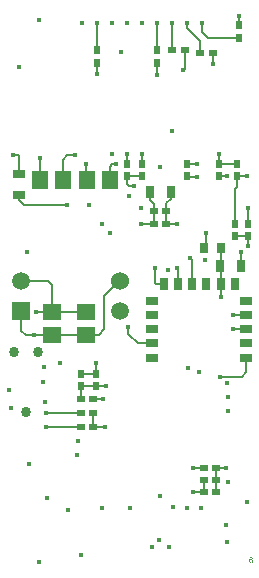
<source format=gbl>
G04 Layer_Physical_Order=6*
G04 Layer_Color=16711680*
%FSLAX24Y24*%
%MOIN*%
G70*
G01*
G75*
%ADD22R,0.0200X0.0250*%
%ADD23R,0.0250X0.0200*%
%ADD24R,0.0520X0.0600*%
%ADD31R,0.0300X0.0400*%
%ADD32R,0.0400X0.0300*%
%ADD37C,0.0059*%
%ADD38C,0.0060*%
%ADD40C,0.0600*%
%ADD41C,0.0591*%
%ADD42R,0.0591X0.0591*%
%ADD43C,0.0340*%
%ADD44C,0.0157*%
%ADD52R,0.0394X0.0276*%
%ADD53R,0.0276X0.0394*%
%ADD54R,0.0276X0.0354*%
%ADD55R,0.0600X0.0520*%
G36*
X3118Y-6517D02*
X3120D01*
X3122Y-6517D01*
X3128Y-6518D01*
X3134Y-6520D01*
X3140Y-6522D01*
X3147Y-6526D01*
X3150Y-6528D01*
X3153Y-6530D01*
X3153Y-6530D01*
X3153Y-6531D01*
X3154Y-6532D01*
X3155Y-6532D01*
X3157Y-6534D01*
X3158Y-6536D01*
X3161Y-6540D01*
X3164Y-6545D01*
X3167Y-6551D01*
X3170Y-6559D01*
X3171Y-6567D01*
X3147Y-6569D01*
Y-6568D01*
X3146Y-6568D01*
X3146Y-6566D01*
X3145Y-6564D01*
X3144Y-6561D01*
X3143Y-6557D01*
X3141Y-6554D01*
X3139Y-6550D01*
X3137Y-6548D01*
X3137Y-6547D01*
X3135Y-6546D01*
X3133Y-6544D01*
X3130Y-6542D01*
X3127Y-6541D01*
X3123Y-6539D01*
X3118Y-6538D01*
X3112Y-6537D01*
X3110D01*
X3108Y-6537D01*
X3105Y-6538D01*
X3102Y-6539D01*
X3098Y-6540D01*
X3095Y-6541D01*
X3091Y-6544D01*
X3091Y-6544D01*
X3089Y-6545D01*
X3087Y-6547D01*
X3085Y-6550D01*
X3082Y-6554D01*
X3079Y-6558D01*
X3076Y-6563D01*
X3073Y-6569D01*
Y-6569D01*
X3072Y-6570D01*
X3072Y-6571D01*
X3072Y-6572D01*
X3071Y-6573D01*
X3071Y-6575D01*
X3070Y-6578D01*
X3070Y-6581D01*
X3069Y-6584D01*
X3068Y-6587D01*
X3068Y-6591D01*
X3067Y-6595D01*
X3067Y-6600D01*
X3066Y-6605D01*
X3066Y-6610D01*
Y-6615D01*
X3066Y-6615D01*
X3068Y-6613D01*
X3070Y-6611D01*
X3072Y-6608D01*
X3075Y-6604D01*
X3079Y-6601D01*
X3083Y-6598D01*
X3088Y-6595D01*
X3088D01*
X3088Y-6595D01*
X3090Y-6594D01*
X3093Y-6593D01*
X3096Y-6591D01*
X3100Y-6590D01*
X3105Y-6589D01*
X3110Y-6589D01*
X3115Y-6588D01*
X3117D01*
X3119Y-6589D01*
X3121Y-6589D01*
X3124Y-6589D01*
X3127Y-6590D01*
X3130Y-6591D01*
X3136Y-6593D01*
X3140Y-6594D01*
X3143Y-6596D01*
X3147Y-6598D01*
X3150Y-6601D01*
X3154Y-6603D01*
X3157Y-6607D01*
X3157Y-6607D01*
X3158Y-6607D01*
X3159Y-6608D01*
X3160Y-6610D01*
X3161Y-6612D01*
X3163Y-6614D01*
X3164Y-6617D01*
X3166Y-6619D01*
X3168Y-6623D01*
X3169Y-6626D01*
X3171Y-6630D01*
X3172Y-6634D01*
X3173Y-6639D01*
X3174Y-6644D01*
X3174Y-6649D01*
X3175Y-6654D01*
Y-6654D01*
Y-6655D01*
Y-6656D01*
Y-6657D01*
X3174Y-6659D01*
Y-6660D01*
X3173Y-6665D01*
X3173Y-6671D01*
X3171Y-6676D01*
X3169Y-6683D01*
X3166Y-6689D01*
Y-6689D01*
X3166Y-6690D01*
X3165Y-6690D01*
X3165Y-6692D01*
X3163Y-6695D01*
X3160Y-6698D01*
X3157Y-6702D01*
X3153Y-6706D01*
X3149Y-6711D01*
X3144Y-6714D01*
X3143D01*
X3143Y-6714D01*
X3142Y-6715D01*
X3141Y-6715D01*
X3138Y-6717D01*
X3134Y-6718D01*
X3130Y-6720D01*
X3124Y-6721D01*
X3118Y-6722D01*
X3111Y-6722D01*
X3110D01*
X3108Y-6722D01*
X3106D01*
X3103Y-6722D01*
X3100Y-6721D01*
X3097Y-6720D01*
X3093Y-6720D01*
X3089Y-6718D01*
X3085Y-6717D01*
X3081Y-6715D01*
X3077Y-6713D01*
X3073Y-6710D01*
X3069Y-6707D01*
X3065Y-6704D01*
X3061Y-6700D01*
X3061Y-6699D01*
X3060Y-6699D01*
X3059Y-6697D01*
X3058Y-6695D01*
X3056Y-6693D01*
X3055Y-6690D01*
X3053Y-6686D01*
X3051Y-6682D01*
X3049Y-6677D01*
X3047Y-6672D01*
X3046Y-6665D01*
X3045Y-6659D01*
X3043Y-6651D01*
X3042Y-6643D01*
X3042Y-6634D01*
X3041Y-6625D01*
Y-6625D01*
Y-6624D01*
Y-6623D01*
Y-6622D01*
X3042Y-6619D01*
Y-6615D01*
X3042Y-6611D01*
X3043Y-6605D01*
X3043Y-6599D01*
X3044Y-6592D01*
X3045Y-6586D01*
X3047Y-6578D01*
X3048Y-6571D01*
X3050Y-6564D01*
X3053Y-6558D01*
X3056Y-6551D01*
X3059Y-6545D01*
X3063Y-6540D01*
X3063Y-6540D01*
X3064Y-6539D01*
X3065Y-6538D01*
X3066Y-6536D01*
X3068Y-6534D01*
X3070Y-6533D01*
X3073Y-6530D01*
X3076Y-6528D01*
X3080Y-6526D01*
X3084Y-6524D01*
X3088Y-6522D01*
X3092Y-6520D01*
X3097Y-6519D01*
X3102Y-6518D01*
X3108Y-6517D01*
X3114Y-6517D01*
X3116D01*
X3118Y-6517D01*
D02*
G37*
%LPC*%
G36*
X3110Y-6610D02*
X3108D01*
X3107Y-6610D01*
X3104Y-6611D01*
X3100Y-6612D01*
X3096Y-6613D01*
X3091Y-6615D01*
X3086Y-6618D01*
X3081Y-6622D01*
X3081Y-6623D01*
X3080Y-6624D01*
X3078Y-6627D01*
X3076Y-6631D01*
X3074Y-6635D01*
X3072Y-6641D01*
X3070Y-6647D01*
X3070Y-6654D01*
Y-6654D01*
Y-6656D01*
X3070Y-6658D01*
X3070Y-6662D01*
X3071Y-6665D01*
X3072Y-6669D01*
X3073Y-6674D01*
X3075Y-6678D01*
X3075Y-6679D01*
X3076Y-6680D01*
X3077Y-6682D01*
X3079Y-6685D01*
X3081Y-6688D01*
X3084Y-6691D01*
X3087Y-6693D01*
X3090Y-6696D01*
X3091Y-6696D01*
X3092Y-6697D01*
X3094Y-6698D01*
X3097Y-6699D01*
X3100Y-6700D01*
X3103Y-6701D01*
X3107Y-6702D01*
X3111Y-6702D01*
X3112D01*
X3114Y-6702D01*
X3116Y-6701D01*
X3120Y-6701D01*
X3124Y-6699D01*
X3129Y-6697D01*
X3134Y-6694D01*
X3136Y-6692D01*
X3138Y-6690D01*
Y-6689D01*
X3139Y-6689D01*
X3140Y-6687D01*
X3141Y-6684D01*
X3144Y-6681D01*
X3146Y-6676D01*
X3148Y-6670D01*
X3149Y-6663D01*
X3149Y-6655D01*
Y-6655D01*
Y-6654D01*
Y-6653D01*
X3149Y-6652D01*
Y-6650D01*
X3149Y-6648D01*
X3148Y-6643D01*
X3147Y-6638D01*
X3145Y-6633D01*
X3142Y-6627D01*
X3138Y-6622D01*
X3137Y-6622D01*
X3136Y-6620D01*
X3134Y-6619D01*
X3130Y-6616D01*
X3126Y-6614D01*
X3122Y-6612D01*
X3116Y-6611D01*
X3110Y-6610D01*
D02*
G37*
%LPD*%
D22*
X2569Y4596D02*
D03*
Y4183D02*
D03*
X2992Y4193D02*
D03*
Y4606D02*
D03*
X-2025Y9970D02*
D03*
Y10384D02*
D03*
X974Y6594D02*
D03*
Y6181D02*
D03*
X2028Y6594D02*
D03*
Y6181D02*
D03*
X2697Y11211D02*
D03*
Y10797D02*
D03*
X-532Y6181D02*
D03*
Y6594D02*
D03*
X-25Y9970D02*
D03*
Y10384D02*
D03*
X-1024Y6594D02*
D03*
Y6181D02*
D03*
X2648D02*
D03*
Y6594D02*
D03*
X-2569Y-817D02*
D03*
Y-404D02*
D03*
X-2077Y-817D02*
D03*
Y-404D02*
D03*
D23*
X1526Y-4341D02*
D03*
X1939D02*
D03*
X1526Y-3533D02*
D03*
X1939D02*
D03*
X1526Y-3947D02*
D03*
X1939D02*
D03*
X886Y10384D02*
D03*
X472D02*
D03*
X1821Y10276D02*
D03*
X1407D02*
D03*
X285Y4606D02*
D03*
X-128D02*
D03*
X285Y5020D02*
D03*
X-128D02*
D03*
X-2156Y-1230D02*
D03*
X-2569D02*
D03*
Y-1703D02*
D03*
X-2156D02*
D03*
X-2569Y-2175D02*
D03*
X-2156D02*
D03*
D24*
X-3923Y6063D02*
D03*
X-3169D02*
D03*
X-1598D02*
D03*
X-2352D02*
D03*
D31*
X2084Y3182D02*
D03*
X2784D02*
D03*
X432Y5662D02*
D03*
X-268D02*
D03*
D32*
X-4619Y5549D02*
D03*
Y6249D02*
D03*
D37*
X845Y9715D02*
X886Y9756D01*
Y10384D01*
X472D02*
X482Y10394D01*
Y11289D01*
X1407Y10276D02*
Y10689D01*
X984Y11112D02*
X1407Y10689D01*
X984Y11112D02*
Y11299D01*
X1821Y9931D02*
Y10276D01*
X2697Y11211D02*
Y11526D01*
X669Y2579D02*
Y3061D01*
X620Y3110D02*
X669Y3061D01*
X-108Y2638D02*
Y3110D01*
Y2638D02*
X-49Y2579D01*
X196D01*
X669D02*
X699Y2609D01*
X-1004Y935D02*
X-679Y610D01*
X-1004Y935D02*
Y1171D01*
X1496Y3799D02*
X1614Y3917D01*
Y4281D01*
X1141Y2579D02*
Y3376D01*
X1053Y3465D02*
X1141Y3376D01*
X2569Y4596D02*
Y5758D01*
X2648Y5837D01*
Y6181D01*
X2982Y4183D02*
X2992Y4193D01*
X2569Y4183D02*
X2982D01*
X1939Y-4341D02*
Y-3947D01*
Y-3533D01*
X1526Y-4341D02*
Y-3947D01*
X-2025Y9599D02*
Y9970D01*
X-2028Y9596D02*
X-2025Y9599D01*
X-25Y9572D02*
Y9970D01*
X-30Y9567D02*
X-25Y9572D01*
X-2156Y-2175D02*
Y-1703D01*
Y-1230D02*
X-1831D01*
X-1821Y-1240D01*
X-2077Y-404D02*
Y-49D01*
Y-404D02*
X-2077Y-404D01*
X-2569D02*
X-2077D01*
X-2569Y-817D02*
X-2077D01*
X-2569Y-1230D02*
Y-817D01*
Y-1230D02*
X-2569Y-1230D01*
X-3720Y-2175D02*
X-3720Y-2175D01*
X-2569D01*
X-3720Y-1713D02*
X-2579D01*
X-2569Y-1703D01*
X-4843Y6900D02*
X-4665D01*
X-4619Y6853D01*
Y6249D02*
Y6853D01*
X-128Y4606D02*
Y5020D01*
X432Y5422D02*
Y5662D01*
X-268Y5406D02*
Y5662D01*
Y5406D02*
X-128Y5266D01*
Y5020D02*
Y5266D01*
X2028Y6181D02*
X2303D01*
X2303Y6181D01*
X2784Y3182D02*
X2785Y3183D01*
Y3652D01*
X2500Y1555D02*
X2952D01*
X1161Y-4341D02*
X1526D01*
X1171Y-3543D02*
X1516D01*
X1526Y-3533D01*
X-2156Y-2175D02*
X-1772D01*
X-1772Y-2175D01*
X2087Y3184D02*
Y3799D01*
X1516Y3780D02*
X1535Y3799D01*
X974Y6594D02*
X1289D01*
X1289Y6594D01*
X974Y6181D02*
X974Y6181D01*
X974Y6181D02*
X984Y6171D01*
X1309D01*
X285Y5020D02*
Y5276D01*
X432Y5422D01*
X285Y4606D02*
X286Y4606D01*
X-551Y4606D02*
X-128D01*
X2510Y1083D02*
X2952D01*
X2992Y4606D02*
Y5128D01*
X2992Y4606D02*
X2992Y4606D01*
X2992Y3848D02*
X2992Y3848D01*
X2992Y3848D02*
Y4193D01*
X2082Y3179D02*
X2087Y3175D01*
X2648Y6181D02*
X2963D01*
X2963Y6181D01*
X2028Y6594D02*
X2648D01*
X296Y4616D02*
X306Y4606D01*
X630D01*
X-2411Y876D02*
X-2392Y896D01*
X-4409Y876D02*
X-4144D01*
X-3524Y1640D02*
X-2402D01*
X-2392Y1650D01*
X-3669Y2703D02*
X-3524Y2557D01*
Y1640D02*
Y2557D01*
X-3539Y1624D02*
X-3524Y1640D01*
X-2392Y896D02*
X-1969D01*
X-1791Y1073D01*
Y2195D01*
X-1319Y2667D01*
X-2411Y6122D02*
Y6575D01*
Y6122D02*
X-2352Y6063D01*
X-3022Y6880D02*
X-2766D01*
X-3169Y6732D02*
X-3022Y6880D01*
X-3169Y6063D02*
Y6732D01*
X-1598Y6063D02*
Y6502D01*
X-1526Y6575D01*
X-1388D01*
X-1024Y5915D02*
Y6181D01*
Y5915D02*
X-974Y5866D01*
X-797D01*
X1662Y10797D02*
X2697D01*
X1476Y10983D02*
X1662Y10797D01*
X1476Y10983D02*
Y11289D01*
X2697Y11211D02*
X2697Y11211D01*
X-2077Y-817D02*
X-1742D01*
X-4619Y5386D02*
Y5549D01*
X1939Y-3533D02*
X2283D01*
X2283Y-3533D01*
X-3923Y6063D02*
Y6778D01*
X-3937Y6791D02*
X-3923Y6778D01*
X285Y4606D02*
Y5020D01*
X2087Y2146D02*
Y3175D01*
X1496Y3799D02*
X1516Y3780D01*
X-4144Y876D02*
X-2411D01*
X286Y4606D02*
X296Y4616D01*
X-3559Y1644D02*
X-3539Y1624D01*
X-4075Y1644D02*
X-3559D01*
X-4567Y1033D02*
Y1693D01*
Y1033D02*
X-4409Y876D01*
X-4459Y5226D02*
X-3022D01*
X-4619Y5386D02*
X-4459Y5226D01*
X-4567Y2703D02*
X-3669D01*
X-679Y610D02*
X-196D01*
X2952Y-345D02*
Y138D01*
X2794Y-504D02*
X2952Y-345D01*
X2067Y-504D02*
X2794D01*
D38*
X-25Y10384D02*
Y11294D01*
X-20Y11299D01*
X-2028Y10387D02*
Y11299D01*
Y10387D02*
X-2025Y10384D01*
X-1024Y6594D02*
Y6919D01*
X-532Y6594D02*
Y6919D01*
X-1024Y6181D02*
X-532D01*
X2028Y6594D02*
Y6919D01*
D40*
X-1280Y2677D02*
D03*
D41*
Y1677D02*
D03*
X-4567Y2693D02*
D03*
D42*
Y1693D02*
D03*
D43*
X-4400Y-1693D02*
D03*
X-4800Y307D02*
D03*
X-4000D02*
D03*
D44*
X1821Y9931D02*
D03*
X845Y9715D02*
D03*
X482Y11289D02*
D03*
X984Y11299D02*
D03*
X2697Y11526D02*
D03*
X620Y3110D02*
D03*
X325Y3071D02*
D03*
X-108Y3110D02*
D03*
X-3750Y-1358D02*
D03*
X59Y-4478D02*
D03*
X-1004Y1171D02*
D03*
X1614Y4281D02*
D03*
X1585Y3406D02*
D03*
X2283Y-3533D02*
D03*
X1476Y11289D02*
D03*
X-20Y11299D02*
D03*
X-2028D02*
D03*
X-1024Y6919D02*
D03*
X-531D02*
D03*
X2028D02*
D03*
X-2520Y11299D02*
D03*
X-1526D02*
D03*
X-1024D02*
D03*
X-1220Y10325D02*
D03*
X-4636Y9813D02*
D03*
X-3967Y11378D02*
D03*
X2992Y5128D02*
D03*
X-955Y5531D02*
D03*
X-4350Y3671D02*
D03*
X-1614Y4291D02*
D03*
X-4843Y6900D02*
D03*
X-3804Y-187D02*
D03*
X-3278Y-49D02*
D03*
X-2028Y9596D02*
D03*
X-915Y-4872D02*
D03*
X-30Y9567D02*
D03*
X-1821Y-1240D02*
D03*
X-2077Y-49D02*
D03*
X69Y6506D02*
D03*
X-3720Y-2175D02*
D03*
Y-1713D02*
D03*
X-1850Y-4862D02*
D03*
X-2550Y-6453D02*
D03*
X2303Y6181D02*
D03*
X2785Y3652D02*
D03*
X2500Y1555D02*
D03*
X472Y7697D02*
D03*
X-525Y11299D02*
D03*
X512Y-4852D02*
D03*
X984Y-4862D02*
D03*
X1161Y-4341D02*
D03*
X1447Y-4862D02*
D03*
X2313Y-719D02*
D03*
X1171Y-3543D02*
D03*
X2963Y-4665D02*
D03*
X2333Y-4016D02*
D03*
X-3711Y-4537D02*
D03*
X-3002Y-4951D02*
D03*
X-1772Y-2175D02*
D03*
X-2667Y-2648D02*
D03*
X-2687Y-3120D02*
D03*
X-3816Y-687D02*
D03*
X-4902Y-1535D02*
D03*
X-4980Y-935D02*
D03*
X2343Y-1181D02*
D03*
Y-1634D02*
D03*
X1289Y6594D02*
D03*
X1309Y6171D02*
D03*
X-551Y5128D02*
D03*
Y4606D02*
D03*
X1053Y3465D02*
D03*
X2510Y1083D02*
D03*
X2992Y3848D02*
D03*
X2087Y2146D02*
D03*
X2283Y-5433D02*
D03*
X2963Y6181D02*
D03*
X630Y4606D02*
D03*
X39Y-5945D02*
D03*
X-4144Y876D02*
D03*
X-2411Y6575D02*
D03*
X-2766Y6880D02*
D03*
X-1388Y6575D02*
D03*
X-797Y5866D02*
D03*
X-1526Y6909D02*
D03*
X-2313Y5226D02*
D03*
X-1880Y4587D02*
D03*
X-1742Y-817D02*
D03*
X374Y-6171D02*
D03*
X-207D02*
D03*
X2293Y-6014D02*
D03*
X-3937Y6791D02*
D03*
X-3957Y-6673D02*
D03*
X-4075Y1644D02*
D03*
X-4311Y-3425D02*
D03*
X-3022Y5226D02*
D03*
X1368Y-335D02*
D03*
X1004Y-226D02*
D03*
X2067Y-504D02*
D03*
D52*
X-196Y138D02*
D03*
Y610D02*
D03*
Y1083D02*
D03*
Y1555D02*
D03*
Y2028D02*
D03*
X2952D02*
D03*
Y1555D02*
D03*
Y1083D02*
D03*
Y610D02*
D03*
Y138D02*
D03*
D53*
X196Y2579D02*
D03*
X669D02*
D03*
X1141D02*
D03*
X1614D02*
D03*
X2086D02*
D03*
X2559D02*
D03*
D54*
X2087Y3799D02*
D03*
X1535D02*
D03*
D55*
X-3524Y886D02*
D03*
Y1640D02*
D03*
X-2392Y896D02*
D03*
Y1650D02*
D03*
M02*

</source>
